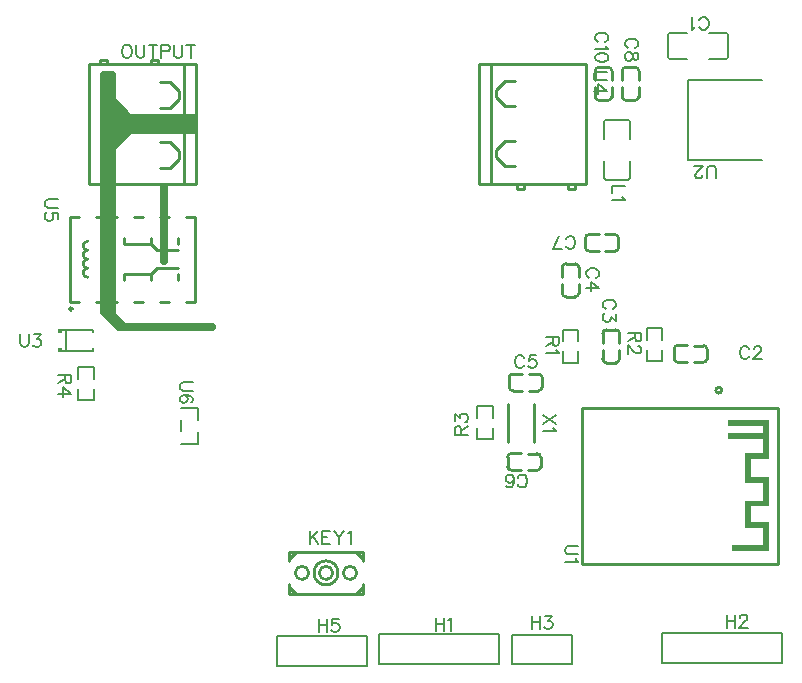
<source format=gto>
G04 Layer: TopSilkscreenLayer*
G04 EasyEDA v6.5.21, 2022-10-26 23:24:46*
G04 7043a08dc792485ca80c43a16287fa54,0a3b9bc433cf4336b4e61a92af7c5883,10*
G04 Gerber Generator version 0.2*
G04 Scale: 100 percent, Rotated: No, Reflected: No *
G04 Dimensions in inches *
G04 leading zeros omitted , absolute positions ,3 integer and 6 decimal *
%FSLAX36Y36*%
%MOIN*%

%ADD10C,0.0060*%
%ADD11C,0.0276*%
%ADD12C,0.0100*%
%ADD13C,0.0080*%
%ADD14C,0.0080*%
%ADD15C,0.0147*%

%LPD*%
D10*
X-3554600Y264994D02*
G01*
X-3585300Y264994D01*
X-3591399Y262995D01*
X-3595500Y258895D01*
X-3597500Y252694D01*
X-3597500Y248595D01*
X-3595500Y242494D01*
X-3591399Y238395D01*
X-3585300Y236395D01*
X-3554600Y236395D01*
X-3554600Y198294D02*
G01*
X-3554600Y218795D01*
X-3573000Y220794D01*
X-3570999Y218795D01*
X-3568899Y212595D01*
X-3568899Y206494D01*
X-3570999Y200394D01*
X-3575000Y196295D01*
X-3581199Y194194D01*
X-3585300Y194194D01*
X-3591399Y196295D01*
X-3595500Y200394D01*
X-3597500Y206494D01*
X-3597500Y212595D01*
X-3595500Y218795D01*
X-3593499Y220794D01*
X-3589400Y222894D01*
X-1724600Y690005D02*
G01*
X-1755300Y690005D01*
X-1761399Y688004D01*
X-1765500Y683904D01*
X-1767500Y677705D01*
X-1767500Y673604D01*
X-1765500Y667505D01*
X-1761399Y663404D01*
X-1755300Y661404D01*
X-1724600Y661404D01*
X-1724600Y627404D02*
G01*
X-1753200Y647905D01*
X-1753200Y617204D01*
X-1724600Y627404D02*
G01*
X-1767500Y627404D01*
X-1415700Y839800D02*
G01*
X-1413600Y835700D01*
X-1409499Y831599D01*
X-1405500Y829600D01*
X-1397300Y829600D01*
X-1393200Y831599D01*
X-1389099Y835700D01*
X-1386999Y839800D01*
X-1385000Y845999D01*
X-1385000Y856199D01*
X-1386999Y862300D01*
X-1389099Y866399D01*
X-1393200Y870500D01*
X-1397300Y872500D01*
X-1405500Y872500D01*
X-1409499Y870500D01*
X-1413600Y866399D01*
X-1415700Y862300D01*
X-1429200Y837800D02*
G01*
X-1433299Y835700D01*
X-1439400Y829600D01*
X-1439400Y872500D01*
X-1249299Y-234800D02*
G01*
X-1251399Y-230700D01*
X-1255500Y-226599D01*
X-1259499Y-224600D01*
X-1267699Y-224600D01*
X-1271799Y-226599D01*
X-1275900Y-230700D01*
X-1278000Y-234800D01*
X-1280000Y-240999D01*
X-1280000Y-251199D01*
X-1278000Y-257300D01*
X-1275900Y-261399D01*
X-1271799Y-265500D01*
X-1267699Y-267500D01*
X-1259499Y-267500D01*
X-1255500Y-265500D01*
X-1251399Y-261399D01*
X-1249299Y-257300D01*
X-1233800Y-234800D02*
G01*
X-1233800Y-232800D01*
X-1231700Y-228699D01*
X-1229699Y-226599D01*
X-1225599Y-224600D01*
X-1217399Y-224600D01*
X-1213299Y-226599D01*
X-1211300Y-228699D01*
X-1209200Y-232800D01*
X-1209200Y-236900D01*
X-1211300Y-240999D01*
X-1215399Y-247100D01*
X-1235799Y-267500D01*
X-1207199Y-267500D01*
X-1704800Y-100700D02*
G01*
X-1700700Y-98600D01*
X-1696599Y-94499D01*
X-1694600Y-90500D01*
X-1694600Y-82300D01*
X-1696599Y-78200D01*
X-1700700Y-74099D01*
X-1704800Y-71999D01*
X-1710999Y-70000D01*
X-1721199Y-70000D01*
X-1727300Y-71999D01*
X-1731399Y-74099D01*
X-1735500Y-78200D01*
X-1737500Y-82300D01*
X-1737500Y-90500D01*
X-1735500Y-94499D01*
X-1731399Y-98600D01*
X-1727300Y-100700D01*
X-1694600Y-118299D02*
G01*
X-1694600Y-140799D01*
X-1710999Y-128499D01*
X-1710999Y-134600D01*
X-1713000Y-138699D01*
X-1715000Y-140799D01*
X-1721199Y-142800D01*
X-1725300Y-142800D01*
X-1731399Y-140799D01*
X-1735500Y-136700D01*
X-1737500Y-130500D01*
X-1737500Y-124400D01*
X-1735500Y-118299D01*
X-1733499Y-116199D01*
X-1729400Y-114200D01*
X-1759800Y4299D02*
G01*
X-1755700Y6399D01*
X-1751599Y10500D01*
X-1749600Y14499D01*
X-1749600Y22699D01*
X-1751599Y26799D01*
X-1755700Y30900D01*
X-1759800Y33000D01*
X-1765999Y35000D01*
X-1776199Y35000D01*
X-1782300Y33000D01*
X-1786399Y30900D01*
X-1790500Y26799D01*
X-1792500Y22699D01*
X-1792500Y14499D01*
X-1790500Y10500D01*
X-1786399Y6399D01*
X-1782300Y4299D01*
X-1749600Y-29600D02*
G01*
X-1778200Y-9200D01*
X-1778200Y-39899D01*
X-1749600Y-29600D02*
G01*
X-1792500Y-29600D01*
X-1999299Y-264800D02*
G01*
X-2001399Y-260700D01*
X-2005500Y-256599D01*
X-2009499Y-254600D01*
X-2017699Y-254600D01*
X-2021799Y-256599D01*
X-2025900Y-260700D01*
X-2028000Y-264800D01*
X-2030000Y-270999D01*
X-2030000Y-281199D01*
X-2028000Y-287300D01*
X-2025900Y-291399D01*
X-2021799Y-295500D01*
X-2017699Y-297500D01*
X-2009499Y-297500D01*
X-2005500Y-295500D01*
X-2001399Y-291399D01*
X-1999299Y-287300D01*
X-1961300Y-254600D02*
G01*
X-1981700Y-254600D01*
X-1983800Y-273000D01*
X-1981700Y-270999D01*
X-1975599Y-268899D01*
X-1969499Y-268899D01*
X-1963299Y-270999D01*
X-1959200Y-275000D01*
X-1957199Y-281199D01*
X-1957199Y-285300D01*
X-1959200Y-291399D01*
X-1963299Y-295500D01*
X-1969499Y-297500D01*
X-1975599Y-297500D01*
X-1981700Y-295500D01*
X-1983800Y-293499D01*
X-1985799Y-289400D01*
X-2020700Y-685199D02*
G01*
X-2018600Y-689299D01*
X-2014499Y-693400D01*
X-2010500Y-695399D01*
X-2002300Y-695399D01*
X-1998200Y-693400D01*
X-1994099Y-689299D01*
X-1991999Y-685199D01*
X-1990000Y-679000D01*
X-1990000Y-668800D01*
X-1991999Y-662699D01*
X-1994099Y-658600D01*
X-1998200Y-654499D01*
X-2002300Y-652500D01*
X-2010500Y-652500D01*
X-2014499Y-654499D01*
X-2018600Y-658600D01*
X-2020700Y-662699D01*
X-2058699Y-689299D02*
G01*
X-2056700Y-693400D01*
X-2050500Y-695399D01*
X-2046500Y-695399D01*
X-2040300Y-693400D01*
X-2036199Y-687199D01*
X-2034200Y-676999D01*
X-2034200Y-666799D01*
X-2036199Y-658600D01*
X-2040300Y-654499D01*
X-2046500Y-652500D01*
X-2048499Y-652500D01*
X-2054600Y-654499D01*
X-2058699Y-658600D01*
X-2060799Y-664699D01*
X-2060799Y-666799D01*
X-2058699Y-672899D01*
X-2054600Y-676999D01*
X-2048499Y-679000D01*
X-2046500Y-679000D01*
X-2040300Y-676999D01*
X-2036199Y-672899D01*
X-2034200Y-666799D01*
X-1860700Y109800D02*
G01*
X-1858600Y105700D01*
X-1854499Y101599D01*
X-1850500Y99600D01*
X-1842300Y99600D01*
X-1838200Y101599D01*
X-1834099Y105700D01*
X-1831999Y109800D01*
X-1830000Y115999D01*
X-1830000Y126199D01*
X-1831999Y132300D01*
X-1834099Y136399D01*
X-1838200Y140500D01*
X-1842300Y142500D01*
X-1850500Y142500D01*
X-1854499Y140500D01*
X-1858600Y136399D01*
X-1860700Y132300D01*
X-1902800Y99600D02*
G01*
X-1882399Y142500D01*
X-1874200Y99600D02*
G01*
X-1902800Y99600D01*
X-2295000Y-1129600D02*
G01*
X-2295000Y-1172500D01*
X-2266399Y-1129600D02*
G01*
X-2266399Y-1172500D01*
X-2295000Y-1150000D02*
G01*
X-2266399Y-1150000D01*
X-2252899Y-1137800D02*
G01*
X-2248800Y-1135700D01*
X-2242600Y-1129600D01*
X-2242600Y-1172500D01*
X-1325000Y-1119600D02*
G01*
X-1325000Y-1162500D01*
X-1296399Y-1119600D02*
G01*
X-1296399Y-1162500D01*
X-1325000Y-1140000D02*
G01*
X-1296399Y-1140000D01*
X-1280799Y-1129800D02*
G01*
X-1280799Y-1127800D01*
X-1278800Y-1123699D01*
X-1276700Y-1121599D01*
X-1272600Y-1119600D01*
X-1264499Y-1119600D01*
X-1260399Y-1121599D01*
X-1258299Y-1123699D01*
X-1256300Y-1127800D01*
X-1256300Y-1131900D01*
X-1258299Y-1135999D01*
X-1262399Y-1142100D01*
X-1282899Y-1162500D01*
X-1254200Y-1162500D01*
X-1975000Y-1124600D02*
G01*
X-1975000Y-1167500D01*
X-1946399Y-1124600D02*
G01*
X-1946399Y-1167500D01*
X-1975000Y-1145000D02*
G01*
X-1946399Y-1145000D01*
X-1928800Y-1124600D02*
G01*
X-1906300Y-1124600D01*
X-1918499Y-1140999D01*
X-1912399Y-1140999D01*
X-1908299Y-1143000D01*
X-1906300Y-1145000D01*
X-1904200Y-1151199D01*
X-1904200Y-1155300D01*
X-1906300Y-1161399D01*
X-1910399Y-1165500D01*
X-1916500Y-1167500D01*
X-1922600Y-1167500D01*
X-1928800Y-1165500D01*
X-1930799Y-1163499D01*
X-1932899Y-1159400D01*
X-2685000Y-1134600D02*
G01*
X-2685000Y-1177500D01*
X-2656399Y-1134600D02*
G01*
X-2656399Y-1177500D01*
X-2685000Y-1155000D02*
G01*
X-2656399Y-1155000D01*
X-2618299Y-1134600D02*
G01*
X-2638800Y-1134600D01*
X-2640799Y-1153000D01*
X-2638800Y-1150999D01*
X-2632600Y-1148899D01*
X-2626500Y-1148899D01*
X-2620399Y-1150999D01*
X-2616300Y-1155000D01*
X-2614200Y-1161199D01*
X-2614200Y-1165300D01*
X-2616300Y-1171399D01*
X-2620399Y-1175500D01*
X-2626500Y-1177500D01*
X-2632600Y-1177500D01*
X-2638800Y-1175500D01*
X-2640799Y-1173499D01*
X-2642899Y-1169400D01*
X-2715000Y-839598D02*
G01*
X-2715000Y-882498D01*
X-2686399Y-839598D02*
G01*
X-2715000Y-868198D01*
X-2704800Y-857998D02*
G01*
X-2686399Y-882498D01*
X-2672899Y-839598D02*
G01*
X-2672899Y-882498D01*
X-2672899Y-839598D02*
G01*
X-2646300Y-839598D01*
X-2672899Y-859998D02*
G01*
X-2656500Y-859998D01*
X-2672899Y-882498D02*
G01*
X-2646300Y-882498D01*
X-2632800Y-839598D02*
G01*
X-2616399Y-859998D01*
X-2616399Y-882498D01*
X-2600000Y-839598D02*
G01*
X-2616399Y-859998D01*
X-2586500Y-847799D02*
G01*
X-2582500Y-845698D01*
X-2576300Y-839598D01*
X-2576300Y-882498D01*
X-1884600Y-195000D02*
G01*
X-1927500Y-195000D01*
X-1884600Y-195000D02*
G01*
X-1884600Y-213400D01*
X-1886599Y-219499D01*
X-1888699Y-221599D01*
X-1892800Y-223600D01*
X-1896900Y-223600D01*
X-1900999Y-221599D01*
X-1903000Y-219499D01*
X-1905000Y-213400D01*
X-1905000Y-195000D01*
X-1905000Y-209299D02*
G01*
X-1927500Y-223600D01*
X-1892800Y-237100D02*
G01*
X-1890700Y-241199D01*
X-1884600Y-247399D01*
X-1927500Y-247399D01*
X-1609600Y-180000D02*
G01*
X-1652500Y-180000D01*
X-1609600Y-180000D02*
G01*
X-1609600Y-198400D01*
X-1611599Y-204499D01*
X-1613699Y-206599D01*
X-1617800Y-208600D01*
X-1621900Y-208600D01*
X-1625999Y-206599D01*
X-1628000Y-204499D01*
X-1630000Y-198400D01*
X-1630000Y-180000D01*
X-1630000Y-194299D02*
G01*
X-1652500Y-208600D01*
X-1619800Y-224200D02*
G01*
X-1617800Y-224200D01*
X-1613699Y-226199D01*
X-1611599Y-228299D01*
X-1609600Y-232399D01*
X-1609600Y-240500D01*
X-1611599Y-244600D01*
X-1613699Y-246700D01*
X-1617800Y-248699D01*
X-1621900Y-248699D01*
X-1625999Y-246700D01*
X-1632100Y-242600D01*
X-1652500Y-222100D01*
X-1652500Y-250799D01*
X-2230399Y-520000D02*
G01*
X-2187500Y-520000D01*
X-2230399Y-520000D02*
G01*
X-2230399Y-501599D01*
X-2228400Y-495500D01*
X-2226300Y-493400D01*
X-2222199Y-491399D01*
X-2218099Y-491399D01*
X-2214000Y-493400D01*
X-2211999Y-495500D01*
X-2210000Y-501599D01*
X-2210000Y-520000D01*
X-2210000Y-505700D02*
G01*
X-2187500Y-491399D01*
X-2230399Y-473800D02*
G01*
X-2230399Y-451300D01*
X-2214000Y-463499D01*
X-2214000Y-457399D01*
X-2211999Y-453299D01*
X-2210000Y-451300D01*
X-2203800Y-449200D01*
X-2199699Y-449200D01*
X-2193600Y-451300D01*
X-2189499Y-455399D01*
X-2187500Y-461500D01*
X-2187500Y-467600D01*
X-2189499Y-473800D01*
X-2191500Y-475799D01*
X-2195599Y-477899D01*
X-1819598Y-890000D02*
G01*
X-1850297Y-890000D01*
X-1856397Y-891999D01*
X-1860497Y-896100D01*
X-1862498Y-902300D01*
X-1862498Y-906399D01*
X-1860497Y-912500D01*
X-1856397Y-916599D01*
X-1850297Y-918600D01*
X-1819598Y-918600D01*
X-1827797Y-932100D02*
G01*
X-1825698Y-936199D01*
X-1819598Y-942399D01*
X-1862498Y-942399D01*
X-1361239Y334600D02*
G01*
X-1361239Y365300D01*
X-1363240Y371399D01*
X-1367339Y375500D01*
X-1373539Y377500D01*
X-1377640Y377500D01*
X-1383739Y375500D01*
X-1387840Y371399D01*
X-1389839Y365300D01*
X-1389839Y334600D01*
X-1405439Y344800D02*
G01*
X-1405439Y342800D01*
X-1407440Y338699D01*
X-1409540Y336599D01*
X-1413640Y334600D01*
X-1421739Y334600D01*
X-1425839Y336599D01*
X-1427939Y338699D01*
X-1429940Y342800D01*
X-1429940Y346900D01*
X-1427939Y350999D01*
X-1423840Y357100D01*
X-1403339Y377500D01*
X-1432040Y377500D01*
X-1894600Y-455000D02*
G01*
X-1937500Y-483600D01*
X-1894600Y-483600D02*
G01*
X-1937500Y-455000D01*
X-1902800Y-497100D02*
G01*
X-1900700Y-501199D01*
X-1894600Y-507399D01*
X-1937500Y-507399D01*
X-1629800Y769299D02*
G01*
X-1625700Y771399D01*
X-1621599Y775500D01*
X-1619600Y779499D01*
X-1619600Y787699D01*
X-1621599Y791799D01*
X-1625700Y795900D01*
X-1629800Y798000D01*
X-1635999Y800000D01*
X-1646199Y800000D01*
X-1652300Y798000D01*
X-1656399Y795900D01*
X-1660500Y791799D01*
X-1662500Y787699D01*
X-1662500Y779499D01*
X-1660500Y775500D01*
X-1656399Y771399D01*
X-1652300Y769299D01*
X-1619600Y745599D02*
G01*
X-1621599Y751700D01*
X-1625700Y753800D01*
X-1629800Y753800D01*
X-1633899Y751700D01*
X-1635999Y747600D01*
X-1638000Y739499D01*
X-1640000Y733299D01*
X-1644099Y729200D01*
X-1648200Y727199D01*
X-1654400Y727199D01*
X-1658499Y729200D01*
X-1660500Y731300D01*
X-1662500Y737399D01*
X-1662500Y745599D01*
X-1660500Y751700D01*
X-1658499Y753800D01*
X-1654400Y755799D01*
X-1648200Y755799D01*
X-1644099Y753800D01*
X-1640000Y749699D01*
X-1638000Y743499D01*
X-1635999Y735399D01*
X-1633899Y731300D01*
X-1629800Y729200D01*
X-1625700Y729200D01*
X-1621599Y731300D01*
X-1619600Y737399D01*
X-1619600Y745599D01*
X-1729800Y789299D02*
G01*
X-1725700Y791399D01*
X-1721599Y795500D01*
X-1719600Y799499D01*
X-1719600Y807699D01*
X-1721599Y811799D01*
X-1725700Y815900D01*
X-1729800Y818000D01*
X-1735999Y820000D01*
X-1746199Y820000D01*
X-1752300Y818000D01*
X-1756399Y815900D01*
X-1760500Y811799D01*
X-1762500Y807699D01*
X-1762500Y799499D01*
X-1760500Y795500D01*
X-1756399Y791399D01*
X-1752300Y789299D01*
X-1727800Y775799D02*
G01*
X-1725700Y771700D01*
X-1719600Y765599D01*
X-1762500Y765599D01*
X-1719600Y739800D02*
G01*
X-1721599Y745999D01*
X-1727800Y750000D01*
X-1738000Y752100D01*
X-1744099Y752100D01*
X-1754400Y750000D01*
X-1760500Y745999D01*
X-1762500Y739800D01*
X-1762500Y735700D01*
X-1760500Y729600D01*
X-1754400Y725500D01*
X-1744099Y723499D01*
X-1738000Y723499D01*
X-1727800Y725500D01*
X-1721599Y729600D01*
X-1719600Y735700D01*
X-1719600Y739800D01*
X-1664600Y310000D02*
G01*
X-1707500Y310000D01*
X-1707500Y310000D02*
G01*
X-1707500Y285500D01*
X-1672800Y271999D02*
G01*
X-1670700Y267899D01*
X-1664600Y261700D01*
X-1707500Y261700D01*
X-3509600Y-320000D02*
G01*
X-3552500Y-320000D01*
X-3509600Y-320000D02*
G01*
X-3509600Y-338400D01*
X-3511599Y-344499D01*
X-3513699Y-346599D01*
X-3517800Y-348600D01*
X-3521900Y-348600D01*
X-3525999Y-346599D01*
X-3528000Y-344499D01*
X-3530000Y-338400D01*
X-3530000Y-320000D01*
X-3530000Y-334299D02*
G01*
X-3552500Y-348600D01*
X-3509600Y-382600D02*
G01*
X-3538200Y-362100D01*
X-3538200Y-392800D01*
X-3509600Y-382600D02*
G01*
X-3552500Y-382600D01*
X-3680000Y-184600D02*
G01*
X-3680000Y-215300D01*
X-3678000Y-221399D01*
X-3673899Y-225500D01*
X-3667700Y-227500D01*
X-3663600Y-227500D01*
X-3657500Y-225500D01*
X-3653400Y-221399D01*
X-3651399Y-215300D01*
X-3651399Y-184600D01*
X-3633800Y-184600D02*
G01*
X-3611300Y-184600D01*
X-3623499Y-200999D01*
X-3617399Y-200999D01*
X-3613299Y-203000D01*
X-3611300Y-205000D01*
X-3609200Y-211199D01*
X-3609200Y-215300D01*
X-3611300Y-221399D01*
X-3615399Y-225500D01*
X-3621500Y-227500D01*
X-3627600Y-227500D01*
X-3633800Y-225500D01*
X-3635799Y-223499D01*
X-3637899Y-219400D01*
X-3327700Y780410D02*
G01*
X-3331799Y778409D01*
X-3335900Y774310D01*
X-3338000Y770210D01*
X-3340000Y764009D01*
X-3340000Y753809D01*
X-3338000Y747710D01*
X-3335900Y743609D01*
X-3331799Y739510D01*
X-3327700Y737409D01*
X-3319499Y737409D01*
X-3315500Y739510D01*
X-3311399Y743609D01*
X-3309299Y747710D01*
X-3307300Y753809D01*
X-3307300Y764009D01*
X-3309299Y770210D01*
X-3311399Y774310D01*
X-3315500Y778409D01*
X-3319499Y780410D01*
X-3327700Y780410D01*
X-3293800Y780410D02*
G01*
X-3293800Y749710D01*
X-3291700Y743609D01*
X-3287600Y739510D01*
X-3281500Y737409D01*
X-3277399Y737409D01*
X-3271300Y739510D01*
X-3267199Y743609D01*
X-3265100Y749710D01*
X-3265100Y780410D01*
X-3237300Y780410D02*
G01*
X-3237300Y737409D01*
X-3251599Y780410D02*
G01*
X-3223000Y780410D01*
X-3209499Y780410D02*
G01*
X-3209499Y737409D01*
X-3209499Y780410D02*
G01*
X-3191100Y780410D01*
X-3185000Y778409D01*
X-3182899Y776309D01*
X-3180900Y772210D01*
X-3180900Y766109D01*
X-3182899Y762010D01*
X-3185000Y759909D01*
X-3191100Y757910D01*
X-3209499Y757910D01*
X-3167399Y780410D02*
G01*
X-3167399Y749710D01*
X-3165300Y743609D01*
X-3161199Y739510D01*
X-3155100Y737409D01*
X-3150999Y737409D01*
X-3144899Y739510D01*
X-3140799Y743609D01*
X-3138699Y749710D01*
X-3138699Y780410D01*
X-3110900Y780410D02*
G01*
X-3110900Y737409D01*
X-3125200Y780410D02*
G01*
X-3096599Y780410D01*
X-3104600Y-345000D02*
G01*
X-3135300Y-345000D01*
X-3141399Y-346999D01*
X-3145500Y-351100D01*
X-3147500Y-357300D01*
X-3147500Y-361399D01*
X-3145500Y-367500D01*
X-3141399Y-371599D01*
X-3135300Y-373600D01*
X-3104600Y-373600D01*
X-3110700Y-411700D02*
G01*
X-3106599Y-409600D01*
X-3104600Y-403499D01*
X-3104600Y-399400D01*
X-3106599Y-393299D01*
X-3112800Y-389200D01*
X-3123000Y-387100D01*
X-3133200Y-387100D01*
X-3141399Y-389200D01*
X-3145500Y-393299D01*
X-3147500Y-399400D01*
X-3147500Y-401500D01*
X-3145500Y-407600D01*
X-3141399Y-411700D01*
X-3135300Y-413699D01*
X-3133200Y-413699D01*
X-3127100Y-411700D01*
X-3123000Y-407600D01*
X-3120999Y-401500D01*
X-3120999Y-399400D01*
X-3123000Y-393299D01*
X-3127100Y-389200D01*
X-3133200Y-387100D01*
G36*
X-1321220Y-469520D02*
G01*
X-1321220Y-489219D01*
X-1183420Y-489219D01*
X-1183420Y-469520D01*
G37*
G36*
X-1203120Y-485280D02*
G01*
X-1203120Y-583720D01*
X-1183420Y-583720D01*
X-1183420Y-485280D01*
G37*
G36*
X-1321220Y-514799D02*
G01*
X-1321220Y-534500D01*
X-1183420Y-534500D01*
X-1183420Y-514799D01*
G37*
G36*
X-1262160Y-581720D02*
G01*
X-1262160Y-601420D01*
X-1183420Y-601420D01*
X-1183420Y-581720D01*
G37*
G36*
X-1262160Y-581720D02*
G01*
X-1262160Y-680160D01*
X-1242480Y-680160D01*
X-1242480Y-581720D01*
G37*
G36*
X-1262160Y-660480D02*
G01*
X-1262160Y-680160D01*
X-1183420Y-680160D01*
X-1183420Y-660480D01*
G37*
G36*
X-1203120Y-660480D02*
G01*
X-1203120Y-758900D01*
X-1183420Y-758900D01*
X-1183420Y-660480D01*
G37*
G36*
X-1262160Y-739200D02*
G01*
X-1262160Y-758900D01*
X-1183420Y-758900D01*
X-1183420Y-739200D01*
G37*
G36*
X-1262160Y-739200D02*
G01*
X-1262160Y-817960D01*
X-1242480Y-817960D01*
X-1242480Y-739200D01*
G37*
G36*
X-1262160Y-810080D02*
G01*
X-1262160Y-829760D01*
X-1183420Y-829760D01*
X-1183420Y-810080D01*
G37*
G36*
X-1203120Y-810080D02*
G01*
X-1203120Y-908520D01*
X-1183420Y-908520D01*
X-1183420Y-810080D01*
G37*
G36*
X-1305480Y-888820D02*
G01*
X-1305480Y-908520D01*
X-1183420Y-908520D01*
X-1183420Y-888820D01*
G37*
G36*
X-3553180Y-167500D02*
G01*
X-3553180Y-180100D01*
X-3541180Y-180100D01*
X-3541180Y-167500D01*
G37*
G36*
X-3553180Y-229899D02*
G01*
X-3553180Y-242500D01*
X-3541180Y-242500D01*
X-3541180Y-229899D01*
G37*
D11*
X-3200000Y60000D02*
G01*
X-3200000Y305000D01*
X-3375000Y680000D02*
G01*
X-3400000Y680000D01*
X-3400000Y-110000D01*
X-3350000Y-160000D01*
X-3251329Y-160000D01*
X-3375000Y464659D02*
G01*
X-3344659Y495000D01*
X-3338571Y495000D01*
X-3314600Y495000D02*
G01*
X-3375000Y434699D01*
X-3375000Y536158D02*
G01*
X-3373841Y535000D01*
X-3105000Y535000D01*
X-3375000Y596642D02*
G01*
X-3305590Y527233D01*
X-3305590Y520000D01*
X-3375000Y559236D02*
G01*
X-3335763Y520000D01*
X-3327813Y520000D01*
X-3375000Y526462D02*
G01*
X-3368537Y520000D01*
X-3105000Y520000D01*
X-3375000Y493663D02*
G01*
X-3373663Y495000D01*
X-3105000Y495000D01*
X-3375000Y680000D02*
G01*
X-3375000Y-90000D01*
X-3375000Y-120000D01*
X-3335000Y-160000D01*
X-3040000Y-160000D01*
D12*
X-3096345Y206730D02*
G01*
X-3096345Y-76730D01*
X-3513665Y206730D02*
G01*
X-3513665Y-76730D01*
X-3334614Y-5000D02*
G01*
X-3334614Y15000D01*
X-3244614Y15000D01*
X-3224614Y35000D01*
X-3154614Y35000D01*
X-3244614Y15000D02*
G01*
X-3244614Y-5000D01*
X-3334614Y135000D02*
G01*
X-3334614Y115000D01*
X-3244614Y115000D01*
X-3224614Y95000D01*
X-3154614Y95000D01*
X-3244614Y135000D02*
G01*
X-3244614Y115000D01*
X-3154614Y135000D02*
G01*
X-3154614Y115000D01*
X-3154614Y-5000D02*
G01*
X-3154614Y15000D01*
X-3513665Y206730D02*
G01*
X-3483393Y206730D01*
X-3425826Y206730D02*
G01*
X-3357415Y206730D01*
X-3299843Y206730D02*
G01*
X-3270803Y206730D01*
X-3213236Y206730D02*
G01*
X-3184185Y206730D01*
X-3126615Y206730D02*
G01*
X-3096345Y206730D01*
X-3513665Y-76730D02*
G01*
X-3483393Y-76730D01*
X-3425826Y-76730D02*
G01*
X-3357415Y-76730D01*
X-3299843Y-76730D02*
G01*
X-3270803Y-76730D01*
X-3213236Y-76730D02*
G01*
X-3184185Y-76730D01*
X-3126615Y-76730D02*
G01*
X-3096345Y-76730D01*
X-2030000Y460005D02*
G01*
X-2065000Y460005D01*
X-2095000Y430005D01*
X-2095000Y405005D01*
X-2065000Y375005D01*
X-2030000Y375005D01*
X-2030000Y660005D02*
G01*
X-2065000Y660005D01*
X-2095000Y630005D01*
X-2095000Y605005D01*
X-2065000Y575005D01*
X-2030000Y575005D01*
X-2110000Y715005D02*
G01*
X-2110000Y315005D01*
X-2000500Y315005D02*
G01*
X-2000500Y300005D01*
X-2025000Y300005D01*
X-2025000Y315005D01*
X-1830000Y315005D02*
G01*
X-1830000Y300005D01*
X-1854499Y300005D01*
X-1854499Y315005D01*
X-1795000Y715005D02*
G01*
X-1795000Y315005D01*
X-2150000Y315005D01*
X-2150000Y715005D01*
X-1795000Y715005D01*
D10*
X-1325070Y818015D02*
G01*
X-1383535Y818015D01*
X-1383535Y731984D02*
G01*
X-1325070Y731984D01*
X-1319070Y737984D02*
G01*
X-1319070Y812015D01*
X-1514929Y818015D02*
G01*
X-1456464Y818015D01*
X-1456464Y731984D02*
G01*
X-1514929Y731984D01*
X-1520929Y737984D02*
G01*
X-1520929Y812015D01*
D12*
X-1499724Y-265738D02*
G01*
X-1499724Y-234241D01*
X-1456033Y-277937D02*
G01*
X-1487528Y-277937D01*
X-1456033Y-222046D02*
G01*
X-1487528Y-222046D01*
X-1433360Y-278166D02*
G01*
X-1401864Y-278166D01*
X-1389666Y-265969D02*
G01*
X-1389666Y-234474D01*
X-1433360Y-222276D02*
G01*
X-1401864Y-222276D01*
X-1694261Y-279724D02*
G01*
X-1725758Y-279724D01*
X-1682062Y-236033D02*
G01*
X-1682062Y-267528D01*
X-1737953Y-236033D02*
G01*
X-1737953Y-267528D01*
X-1681833Y-213360D02*
G01*
X-1681833Y-181864D01*
X-1694031Y-169666D02*
G01*
X-1725525Y-169666D01*
X-1737723Y-213360D02*
G01*
X-1737723Y-181864D01*
X-1829261Y-59724D02*
G01*
X-1860758Y-59724D01*
X-1817062Y-16033D02*
G01*
X-1817062Y-47528D01*
X-1872953Y-16033D02*
G01*
X-1872953Y-47528D01*
X-1816833Y6639D02*
G01*
X-1816833Y38135D01*
X-1829031Y50333D02*
G01*
X-1860525Y50333D01*
X-1872723Y6639D02*
G01*
X-1872723Y38135D01*
X-2049724Y-360738D02*
G01*
X-2049724Y-329241D01*
X-2006033Y-372937D02*
G01*
X-2037528Y-372937D01*
X-2006033Y-317046D02*
G01*
X-2037528Y-317046D01*
X-1983360Y-373166D02*
G01*
X-1951864Y-373166D01*
X-1939666Y-360969D02*
G01*
X-1939666Y-329474D01*
X-1983360Y-317276D02*
G01*
X-1951864Y-317276D01*
X-2054724Y-625738D02*
G01*
X-2054724Y-594241D01*
X-2011033Y-637937D02*
G01*
X-2042528Y-637937D01*
X-2011033Y-582046D02*
G01*
X-2042528Y-582046D01*
X-1988360Y-638166D02*
G01*
X-1956864Y-638166D01*
X-1944666Y-625969D02*
G01*
X-1944666Y-594474D01*
X-1988360Y-582276D02*
G01*
X-1956864Y-582276D01*
X-1685275Y135738D02*
G01*
X-1685275Y104241D01*
X-1728966Y147937D02*
G01*
X-1697471Y147937D01*
X-1728966Y92046D02*
G01*
X-1697471Y92046D01*
X-1751639Y148166D02*
G01*
X-1783135Y148166D01*
X-1795333Y135969D02*
G01*
X-1795333Y104474D01*
X-1751639Y92276D02*
G01*
X-1783135Y92276D01*
D13*
X-2085000Y-1185000D02*
G01*
X-2085000Y-1285000D01*
X-2485000Y-1285000D01*
X-2485000Y-1185000D01*
X-2410000Y-1185000D01*
D14*
X-2085000Y-1185000D02*
G01*
X-2410000Y-1185000D01*
D13*
X-1540000Y-1280000D02*
G01*
X-1540000Y-1180000D01*
X-1140000Y-1180000D01*
X-1140000Y-1280000D01*
X-1215000Y-1280000D01*
D14*
X-1540000Y-1280000D02*
G01*
X-1215000Y-1280000D01*
D13*
X-2040000Y-1285000D02*
G01*
X-2040000Y-1185999D01*
X-1840000Y-1185999D01*
X-1840000Y-1285000D01*
X-2040000Y-1285000D01*
X-2625000Y-1190000D02*
G01*
X-2525000Y-1190000D01*
X-2525000Y-1289000D01*
X-2825000Y-1289000D01*
X-2825000Y-1190000D01*
X-2625000Y-1190000D01*
D12*
X-2782048Y-909133D02*
G01*
X-2537955Y-909133D01*
X-2537955Y-1050868D02*
G01*
X-2782048Y-1050868D01*
X-2780001Y-1030001D02*
G01*
X-2760001Y-1050001D01*
X-2780001Y-930001D02*
G01*
X-2760001Y-910001D01*
X-2560001Y-910001D02*
G01*
X-2540001Y-930001D01*
X-2560001Y-1050001D02*
G01*
X-2540001Y-1030001D01*
X-2537955Y-909133D02*
G01*
X-2537955Y-941372D01*
X-2537955Y-1018627D02*
G01*
X-2537955Y-1050868D01*
X-2782048Y-909133D02*
G01*
X-2782048Y-941372D01*
X-2782048Y-1018627D02*
G01*
X-2782048Y-1050868D01*
D10*
X-1871008Y-241779D02*
G01*
X-1871008Y-279531D01*
X-1818991Y-279531D01*
X-1818991Y-241779D01*
X-1871008Y-208220D02*
G01*
X-1871008Y-170468D01*
X-1818991Y-170468D01*
X-1818991Y-208220D01*
X-1538991Y-203220D02*
G01*
X-1538991Y-165468D01*
X-1591008Y-165468D01*
X-1591008Y-203220D01*
X-1538991Y-236779D02*
G01*
X-1538991Y-274531D01*
X-1591008Y-274531D01*
X-1591008Y-236779D01*
X-2156008Y-496779D02*
G01*
X-2156008Y-534531D01*
X-2103991Y-534531D01*
X-2103991Y-496779D01*
X-2156008Y-463220D02*
G01*
X-2156008Y-425468D01*
X-2103991Y-425468D01*
X-2103991Y-463220D01*
D12*
X-1151929Y-430156D02*
G01*
X-1151929Y-949841D01*
X-1151929Y-949843D02*
G01*
X-1805471Y-949843D01*
X-1151929Y-430156D02*
G01*
X-1805471Y-430156D01*
X-1805471Y-430156D02*
G01*
X-1805471Y-949843D01*
D10*
X-1208161Y662921D02*
G01*
X-1454319Y662921D01*
X-1208161Y397078D02*
G01*
X-1454319Y397078D01*
X-1454319Y662921D02*
G01*
X-1454319Y397078D01*
D12*
X-1965100Y-542892D02*
G01*
X-1965100Y-416907D01*
X-2054899Y-417107D02*
G01*
X-2054899Y-543092D01*
X-1629261Y595275D02*
G01*
X-1660758Y595275D01*
X-1617062Y638966D02*
G01*
X-1617062Y607471D01*
X-1672953Y638966D02*
G01*
X-1672953Y607471D01*
X-1616833Y661639D02*
G01*
X-1616833Y693135D01*
X-1629031Y705333D02*
G01*
X-1660525Y705333D01*
X-1672723Y661639D02*
G01*
X-1672723Y693135D01*
X-1719261Y595275D02*
G01*
X-1750758Y595275D01*
X-1707062Y638966D02*
G01*
X-1707062Y607471D01*
X-1762953Y638966D02*
G01*
X-1762953Y607471D01*
X-1706833Y661639D02*
G01*
X-1706833Y693135D01*
X-1719031Y705333D02*
G01*
X-1750525Y705333D01*
X-1762723Y661639D02*
G01*
X-1762723Y693135D01*
D10*
X-1646984Y466464D02*
G01*
X-1646984Y524929D01*
X-1652984Y530929D01*
X-1727015Y530929D01*
X-1733015Y524929D01*
X-1733015Y466464D01*
X-1646984Y393535D02*
G01*
X-1646984Y335070D01*
X-1652984Y329070D01*
X-1727015Y329070D01*
X-1733015Y335070D01*
X-1733015Y393535D01*
X-3486008Y-366779D02*
G01*
X-3486008Y-404531D01*
X-3433991Y-404531D01*
X-3433991Y-366779D01*
X-3486008Y-333220D02*
G01*
X-3486008Y-295468D01*
X-3433991Y-295468D01*
X-3433991Y-333220D01*
X-3544182Y-170502D02*
G01*
X-3435817Y-170502D01*
X-3435817Y-170502D02*
G01*
X-3435817Y-178103D01*
X-3544182Y-239497D02*
G01*
X-3435817Y-239497D01*
X-3435817Y-239497D02*
G01*
X-3435817Y-231896D01*
X-3526093Y-170502D02*
G01*
X-3526093Y-239497D01*
D12*
X-3214994Y569994D02*
G01*
X-3179994Y569994D01*
X-3149994Y599994D01*
X-3149994Y624994D01*
X-3179994Y654994D01*
X-3214994Y654994D01*
X-3214994Y369994D02*
G01*
X-3179994Y369994D01*
X-3149994Y399994D01*
X-3149994Y424994D01*
X-3179994Y454994D01*
X-3214994Y454994D01*
X-3134994Y314994D02*
G01*
X-3134994Y714994D01*
X-3244495Y714994D02*
G01*
X-3244495Y729994D01*
X-3219994Y729994D01*
X-3219994Y714994D01*
X-3414994Y714994D02*
G01*
X-3414994Y729994D01*
X-3390495Y729994D01*
X-3390495Y714994D01*
X-3449994Y314994D02*
G01*
X-3449994Y714994D01*
X-3094994Y714994D01*
X-3094994Y314994D01*
X-3449994Y314994D01*
D10*
X-3143591Y-550086D02*
G01*
X-3086408Y-550086D01*
X-3086408Y-509472D01*
X-3143591Y-429913D02*
G01*
X-3086408Y-429913D01*
X-3086408Y-470527D01*
X-3143591Y-507928D02*
G01*
X-3143591Y-472071D01*
D12*
G75*
G01*
X-3454615Y95000D02*
G02*
X-3454615Y125000I0J15000D01*
G75*
G01*
X-3454615Y65000D02*
G02*
X-3454615Y95000I0J15000D01*
G75*
G01*
X-3454615Y35000D02*
G02*
X-3454615Y65000I0J15000D01*
G75*
G01*
X-3454615Y5000D02*
G02*
X-3454615Y35000I0J15000D01*
D10*
G75*
G01*
X-1325071Y731984D02*
G03*
X-1319071Y737984I0J6000D01*
G75*
G01*
X-1319071Y812016D02*
G03*
X-1325071Y818016I-6000J0D01*
G75*
G01*
X-1514929Y731984D02*
G02*
X-1520929Y737984I0J6000D01*
G75*
G01*
X-1520929Y812016D02*
G02*
X-1514929Y818016I6000J0D01*
D12*
G75*
G01*
X-1389665Y-265969D02*
G02*
X-1401863Y-278167I-12198J0D01*
G75*
G01*
X-1401863Y-222275D02*
G02*
X-1389665Y-234474I0J-12198D01*
G75*
G01*
X-1487527Y-277938D02*
G02*
X-1499725Y-265739I0J12198D01*
G75*
G01*
X-1499725Y-234244D02*
G02*
X-1487527Y-222046I12198J0D01*
G75*
G01*
X-1694031Y-169665D02*
G02*
X-1681833Y-181863I0J-12198D01*
G75*
G01*
X-1737725Y-181863D02*
G02*
X-1725526Y-169665I12198J0D01*
G75*
G01*
X-1682062Y-267527D02*
G02*
X-1694261Y-279725I-12198J0D01*
G75*
G01*
X-1725756Y-279725D02*
G02*
X-1737954Y-267527I0J12198D01*
G75*
G01*
X-1829031Y50335D02*
G02*
X-1816833Y38137I0J-12198D01*
G75*
G01*
X-1872725Y38137D02*
G02*
X-1860526Y50335I12198J0D01*
G75*
G01*
X-1817062Y-47527D02*
G02*
X-1829261Y-59725I-12198J0D01*
G75*
G01*
X-1860756Y-59725D02*
G02*
X-1872954Y-47527I0J12198D01*
G75*
G01*
X-1939665Y-360969D02*
G02*
X-1951863Y-373167I-12198J0D01*
G75*
G01*
X-1951863Y-317275D02*
G02*
X-1939665Y-329474I0J-12198D01*
G75*
G01*
X-2037527Y-372938D02*
G02*
X-2049725Y-360739I0J12198D01*
G75*
G01*
X-2049725Y-329244D02*
G02*
X-2037527Y-317046I12198J0D01*
G75*
G01*
X-1944665Y-625969D02*
G02*
X-1956863Y-638167I-12198J0D01*
G75*
G01*
X-1956863Y-582275D02*
G02*
X-1944665Y-594474I0J-12198D01*
G75*
G01*
X-2042527Y-637938D02*
G02*
X-2054725Y-625739I0J12198D01*
G75*
G01*
X-2054725Y-594244D02*
G02*
X-2042527Y-582046I12198J0D01*
G75*
G01*
X-1795335Y135969D02*
G02*
X-1783137Y148167I12198J0D01*
G75*
G01*
X-1783137Y92275D02*
G02*
X-1795335Y104474I0J12198D01*
G75*
G01*
X-1697473Y147938D02*
G02*
X-1685275Y135739I0J-12198D01*
G75*
G01*
X-1685275Y104244D02*
G02*
X-1697473Y92046I-12198J0D01*
G75*
G01*
X-1629031Y705335D02*
G02*
X-1616833Y693137I0J-12198D01*
G75*
G01*
X-1672725Y693137D02*
G02*
X-1660526Y705335I12198J0D01*
G75*
G01*
X-1617062Y607473D02*
G02*
X-1629261Y595275I-12198J0D01*
G75*
G01*
X-1660756Y595275D02*
G02*
X-1672954Y607473I0J12198D01*
G75*
G01*
X-1719031Y705335D02*
G02*
X-1706833Y693137I0J-12198D01*
G75*
G01*
X-1762725Y693137D02*
G02*
X-1750526Y705335I12198J0D01*
G75*
G01*
X-1707062Y607473D02*
G02*
X-1719261Y595275I-12198J0D01*
G75*
G01*
X-1750756Y595275D02*
G02*
X-1762954Y607473I0J12198D01*
G75*
G01
X-3505000Y-100000D02*
G03X-3505000Y-100000I-5000J0D01*
G75*
G01
X-2637640Y-980000D02*
G03X-2637640Y-980000I-22360J0D01*
G75*
G01
X-2620000Y-980000D02*
G03X-2620000Y-980000I-40000J0D01*
G75*
G01
X-2557640Y-980000D02*
G03X-2557640Y-980000I-22360J0D01*
G75*
G01
X-2717640Y-980000D02*
G03X-2717640Y-980000I-22360J0D01*
G75*
G01
X-1340910Y-371100D02*
G03X-1340910Y-371100I-9840J0D01*
M02*

</source>
